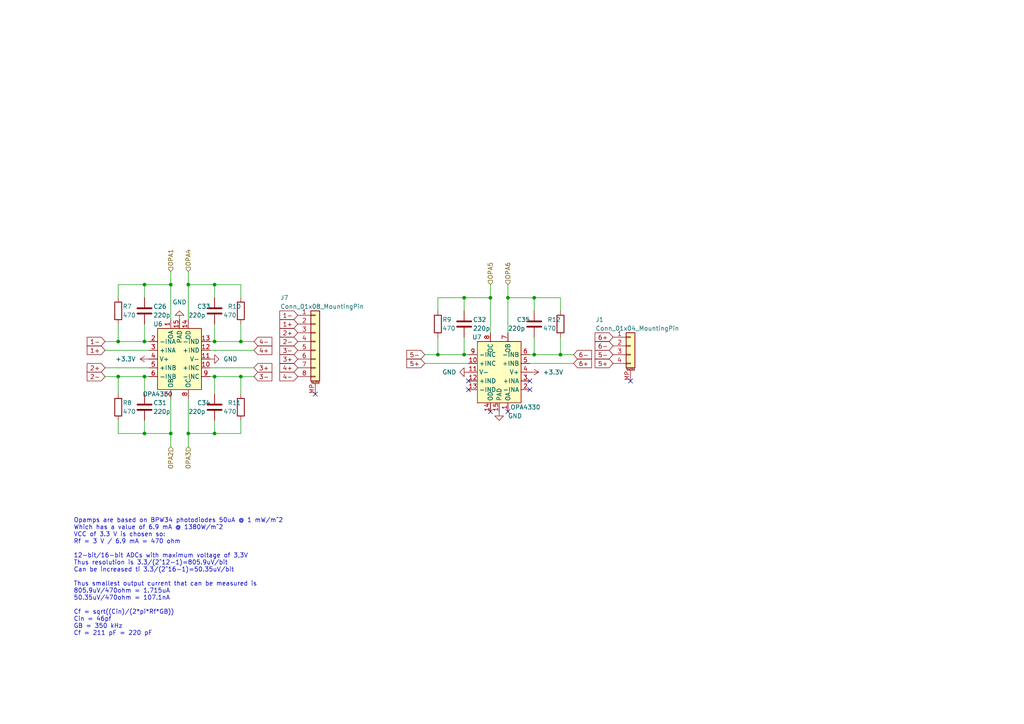
<source format=kicad_sch>
(kicad_sch (version 20231120) (generator "eeschema") (generator_version "8.0")
  (paper "A4")
  (title_block (title "Course Sun Sensor") (date "2024-04-18") (rev "V1") (comment 1 "22619291") (comment 2 "DP Theron"))
  (lib_symbols
    (symbol "Connector_Generic_MountingPin:Conn_01x04_MountingPin" (pin_names (offset 1.016) hide)
      (property "Reference" "J" (at 0 5.08 0))
      (property "Value" "Conn_01x04_MountingPin" (at 1.27 -7.62 0))
      (symbol "Conn_01x04_MountingPin_1_1"
        (rectangle (start -1.27 -4.953) (end 0 -5.207) (stroke (width 0.1524)))
        (rectangle (start -1.27 -2.413) (end 0 -2.667) (stroke (width 0.1524)))
        (rectangle (start -1.27 0.127) (end 0 -0.127) (stroke (width 0.1524)))
        (rectangle (start -1.27 2.667) (end 0 2.413) (stroke (width 0.1524)))
        (rectangle (start -1.27 3.81) (end 1.27 -6.35) (stroke (width 0.254)) (fill (type background)))
        (polyline (pts (xy -1.016 -7.112) (xy 1.016 -7.112)) (stroke (width 0.1524)))
        (text "Mounting" (at 0 -6.731 0) (effects (font (size 0.381 0.381))))
        (pin passive line (at -5.08 2.54 0) (length 3.81) (name "Pin_1") (number "1"))
        (pin passive line (at -5.08 0 0) (length 3.81) (name "Pin_2") (number "2"))
        (pin passive line (at -5.08 -2.54 0) (length 3.81) (name "Pin_3") (number "3"))
        (pin passive line (at -5.08 -5.08 0) (length 3.81) (name "Pin_4") (number "4"))
        (pin passive line (at 0 -10.16 90) (length 3.048) (name "MountPin") (number "MP"))
      )
    )
    (symbol "Connector_Generic_MountingPin:Conn_01x08_MountingPin" (pin_names (offset 1.016) hide)
      (property "Reference" "J" (at 0 10.16 0))
      (property "Value" "Conn_01x08_MountingPin" (at 1.27 -12.7 0))
      (symbol "Conn_01x08_MountingPin_1_1"
        (rectangle (start -1.27 -10.033) (end 0 -10.287) (stroke (width 0.1524)))
        (rectangle (start -1.27 -7.493) (end 0 -7.747) (stroke (width 0.1524)))
        (rectangle (start -1.27 -4.953) (end 0 -5.207) (stroke (width 0.1524)))
        (rectangle (start -1.27 -2.413) (end 0 -2.667) (stroke (width 0.1524)))
        (rectangle (start -1.27 0.127) (end 0 -0.127) (stroke (width 0.1524)))
        (rectangle (start -1.27 2.667) (end 0 2.413) (stroke (width 0.1524)))
        (rectangle (start -1.27 5.207) (end 0 4.953) (stroke (width 0.1524)))
        (rectangle (start -1.27 7.747) (end 0 7.493) (stroke (width 0.1524)))
        (rectangle (start -1.27 8.89) (end 1.27 -11.43) (stroke (width 0.254)) (fill (type background)))
        (polyline (pts (xy -1.016 -12.192) (xy 1.016 -12.192)) (stroke (width 0.1524)))
        (text "Mounting" (at 0 -11.811 0) (effects (font (size 0.381 0.381))))
        (pin passive line (at -5.08 7.62 0) (length 3.81) (name "Pin_1") (number "1"))
        (pin passive line (at -5.08 5.08 0) (length 3.81) (name "Pin_2") (number "2"))
        (pin passive line (at -5.08 2.54 0) (length 3.81) (name "Pin_3") (number "3"))
        (pin passive line (at -5.08 0 0) (length 3.81) (name "Pin_4") (number "4"))
        (pin passive line (at -5.08 -2.54 0) (length 3.81) (name "Pin_5") (number "5"))
        (pin passive line (at -5.08 -5.08 0) (length 3.81) (name "Pin_6") (number "6"))
        (pin passive line (at -5.08 -7.62 0) (length 3.81) (name "Pin_7") (number "7"))
        (pin passive line (at -5.08 -10.16 0) (length 3.81) (name "Pin_8") (number "8"))
        (pin passive line (at 0 -15.24 90) (length 3.048) (name "MountPin") (number "MP"))
      )
    )
    (symbol "Device:C" (pin_numbers hide) (pin_names (offset 0.254))
      (property "Reference" "C" (at 0.635 2.54 0))
      (property "Value" "C" (at 0.635 -2.54 0))
      (symbol "C_0_1"
        (polyline (pts (xy -2.032 -0.762) (xy 2.032 -0.762)) (stroke (width 0.508)))
        (polyline (pts (xy -2.032 0.762) (xy 2.032 0.762)) (stroke (width 0.508)))
      )
      (symbol "C_1_1"
        (pin passive line (at 0 3.81 270) (length 2.794) (name "~") (number "1"))
        (pin passive line (at 0 -3.81 90) (length 2.794) (name "~") (number "2"))
      )
    )
    (symbol "Device:R" (pin_numbers hide) (pin_names (offset 0))
      (property "Reference" "R" (at 2.032 0 90))
      (property "Value" "R" (at 0 0 90))
      (symbol "R_0_1"
        (rectangle (start -1.016 -2.54) (end 1.016 2.54) (stroke (width 0.254)))
      )
      (symbol "R_1_1"
        (pin passive line (at 0 3.81 270) (length 1.27) (name "~") (number "1"))
        (pin passive line (at 0 -3.81 90) (length 1.27) (name "~") (number "2"))
      )
    )
    (symbol "OPA4330_1"
      (property "Reference" "U" (at -6.35 10.16 0))
      (symbol "OPA4330_1_0_0"
        (text_box "" (at -6.35 8.89 0) (size 12.7 -17.78) (fill (type color) (color 255 255 194 1)) (effects (font (size 1.27 1.27)) (justify left top)))
      )
      (symbol "OPA4330_1_0_1"
        (rectangle (start -6.35 8.89) (end 6.35 -8.89))
      )
      (symbol "OPA4330_1_1_1"
        (pin output line (at -2.54 11.43 270) (length 2.54) (name "OA") (number "1"))
        (pin input line (at 8.89 -2.54 180) (length 2.54) (name "+INC") (number "10"))
        (pin power_out line (at 8.89 0 180) (length 2.54) (name "V-") (number "11"))
        (pin input line (at 8.89 2.54 180) (length 2.54) (name "+IND") (number "12"))
        (pin input line (at 8.89 5.08 180) (length 2.54) (name "-IND") (number "13"))
        (pin output line (at 2.54 11.43 270) (length 2.54) (name "OD") (number "14"))
        (pin passive line (at 0 11.43 270) (length 2.54) (name "PAD") (number "15"))
        (pin input line (at -8.89 5.08 0) (length 2.54) (name "-INA") (number "2"))
        (pin input line (at -8.89 2.54 0) (length 2.54) (name "+INA") (number "3"))
        (pin power_in line (at -8.89 0 0) (length 2.54) (name "V+") (number "4"))
        (pin input line (at -8.89 -2.54 0) (length 2.54) (name "+INB") (number "5"))
        (pin input line (at -8.89 -5.08 0) (length 2.54) (name "-INB") (number "6"))
        (pin output line (at -2.54 -11.43 90) (length 2.54) (name "OB") (number "7"))
        (pin output line (at 2.54 -11.43 90) (length 2.54) (name "OC") (number "8"))
        (pin input line (at 8.89 -5.08 180) (length 2.54) (name "-INC") (number "9"))
      )
    )
    (symbol "power:+3.3V" (power) (pin_names (offset 0))
      (property "Value" "+3.3V" (at 0 3.556 0))
      (symbol "+3.3V_0_1"
        (polyline (pts (xy -0.762 1.27) (xy 0 2.54)))
        (polyline (pts (xy 0 0) (xy 0 2.54)))
        (polyline (pts (xy 0 2.54) (xy 0.762 1.27)))
      )
      (symbol "+3.3V_1_1"
        (pin power_in line (at 0 0 90) (length 0) hide (name "+3.3V") (number "1"))
      )
    )
    (symbol "power:GND" (power) (pin_names (offset 0))
      (property "Value" "GND" (at 0 -3.81 0))
      (symbol "GND_0_1"
        (polyline (pts (xy 0 0) (xy 0 -1.27) (xy 1.27 -1.27) (xy 0 -2.54) (xy -1.27 -1.27) (xy 0 -1.27)))
      )
      (symbol "GND_1_1"
        (pin power_in line (at 0 0 270) (length 0) hide (name "GND") (number "1"))
      )
    )
  )
  (junction (at 41.91 82.55))
  (junction (at 134.62 102.87))
  (junction (at 162.56 102.87))
  (junction (at 142.24 86.36))
  (junction (at 49.53 125.73))
  (junction (at 62.23 99.06))
  (junction (at 62.23 125.73))
  (junction (at 69.85 109.22))
  (junction (at 127 102.87))
  (junction (at 34.29 99.06))
  (junction (at 62.23 109.22))
  (junction (at 154.94 102.87))
  (junction (at 54.61 82.55))
  (junction (at 34.29 109.22))
  (junction (at 69.85 99.06))
  (junction (at 41.91 109.22))
  (junction (at 41.91 125.73))
  (junction (at 147.32 86.36))
  (junction (at 49.53 82.55))
  (junction (at 134.62 86.36))
  (junction (at 154.94 86.36))
  (junction (at 62.23 82.55))
  (junction (at 54.61 125.73))
  (junction (at 41.91 99.06))
  (no_connect (at 135.89 113.03))
  (no_connect (at 147.32 119.38))
  (no_connect (at 153.67 113.03))
  (no_connect (at 91.44 114.3))
  (no_connect (at 142.24 119.38))
  (no_connect (at 153.67 110.49))
  (no_connect (at 182.88 110.49))
  (no_connect (at 135.89 110.49))
  (wire (pts (xy 162.56 97.79) (xy 162.56 102.87)))
  (wire (pts (xy 34.29 125.73) (xy 41.91 125.73)))
  (wire (pts (xy 54.61 115.57) (xy 54.61 125.73)))
  (wire (pts (xy 134.62 86.36) (xy 134.62 90.17)))
  (wire (pts (xy 62.23 121.92) (xy 62.23 125.73)))
  (wire (pts (xy 43.18 99.06) (xy 41.91 99.06)))
  (wire (pts (xy 54.61 78.74) (xy 54.61 82.55)))
  (wire (pts (xy 69.85 109.22) (xy 73.66 109.22)))
  (wire (pts (xy 54.61 125.73) (xy 62.23 125.73)))
  (wire (pts (xy 30.48 109.22) (xy 34.29 109.22)))
  (wire (pts (xy 62.23 109.22) (xy 62.23 114.3)))
  (wire (pts (xy 153.67 102.87) (xy 154.94 102.87)))
  (wire (pts (xy 60.96 99.06) (xy 62.23 99.06)))
  (wire (pts (xy 62.23 82.55) (xy 62.23 86.36)))
  (wire (pts (xy 62.23 82.55) (xy 69.85 82.55)))
  (wire (pts (xy 41.91 82.55) (xy 49.53 82.55)))
  (wire (pts (xy 123.19 102.87) (xy 127 102.87)))
  (wire (pts (xy 154.94 102.87) (xy 162.56 102.87)))
  (wire (pts (xy 62.23 109.22) (xy 69.85 109.22)))
  (wire (pts (xy 41.91 82.55) (xy 41.91 86.36)))
  (wire (pts (xy 69.85 109.22) (xy 69.85 114.3)))
  (wire (pts (xy 154.94 86.36) (xy 162.56 86.36)))
  (wire (pts (xy 49.53 125.73) (xy 49.53 129.54)))
  (wire (pts (xy 127 97.79) (xy 127 102.87)))
  (wire (pts (xy 69.85 99.06) (xy 73.66 99.06)))
  (wire (pts (xy 127 86.36) (xy 134.62 86.36)))
  (wire (pts (xy 41.91 121.92) (xy 41.91 125.73)))
  (wire (pts (xy 142.24 86.36) (xy 142.24 96.52)))
  (wire (pts (xy 142.24 82.55) (xy 142.24 86.36)))
  (wire (pts (xy 54.61 82.55) (xy 54.61 92.71)))
  (wire (pts (xy 43.18 109.22) (xy 41.91 109.22)))
  (wire (pts (xy 154.94 97.79) (xy 154.94 102.87)))
  (wire (pts (xy 60.96 101.6) (xy 73.66 101.6)))
  (wire (pts (xy 69.85 121.92) (xy 69.85 125.73)))
  (wire (pts (xy 69.85 86.36) (xy 69.85 82.55)))
  (wire (pts (xy 30.48 106.68) (xy 43.18 106.68)))
  (wire (pts (xy 134.62 97.79) (xy 134.62 102.87)))
  (wire (pts (xy 127 102.87) (xy 134.62 102.87)))
  (wire (pts (xy 162.56 102.87) (xy 166.37 102.87)))
  (wire (pts (xy 153.67 105.41) (xy 166.37 105.41)))
  (wire (pts (xy 123.19 105.41) (xy 135.89 105.41)))
  (wire (pts (xy 34.29 109.22) (xy 41.91 109.22)))
  (wire (pts (xy 34.29 93.98) (xy 34.29 99.06)))
  (wire (pts (xy 134.62 102.87) (xy 135.89 102.87)))
  (wire (pts (xy 34.29 109.22) (xy 34.29 114.3)))
  (wire (pts (xy 147.32 86.36) (xy 147.32 96.52)))
  (wire (pts (xy 41.91 125.73) (xy 49.53 125.73)))
  (wire (pts (xy 134.62 86.36) (xy 142.24 86.36)))
  (wire (pts (xy 49.53 115.57) (xy 49.53 125.73)))
  (wire (pts (xy 147.32 82.55) (xy 147.32 86.36)))
  (wire (pts (xy 62.23 99.06) (xy 69.85 99.06)))
  (wire (pts (xy 127 90.17) (xy 127 86.36)))
  (wire (pts (xy 54.61 125.73) (xy 54.61 129.54)))
  (wire (pts (xy 34.29 99.06) (xy 41.91 99.06)))
  (wire (pts (xy 162.56 86.36) (xy 162.56 90.17)))
  (wire (pts (xy 154.94 86.36) (xy 154.94 90.17)))
  (wire (pts (xy 41.91 109.22) (xy 41.91 114.3)))
  (wire (pts (xy 41.91 93.98) (xy 41.91 99.06)))
  (wire (pts (xy 30.48 101.6) (xy 43.18 101.6)))
  (wire (pts (xy 62.23 125.73) (xy 69.85 125.73)))
  (wire (pts (xy 147.32 86.36) (xy 154.94 86.36)))
  (wire (pts (xy 34.29 82.55) (xy 41.91 82.55)))
  (wire (pts (xy 60.96 109.22) (xy 62.23 109.22)))
  (wire (pts (xy 49.53 78.74) (xy 49.53 82.55)))
  (wire (pts (xy 69.85 93.98) (xy 69.85 99.06)))
  (wire (pts (xy 60.96 106.68) (xy 73.66 106.68)))
  (wire (pts (xy 30.48 99.06) (xy 34.29 99.06)))
  (wire (pts (xy 34.29 121.92) (xy 34.29 125.73)))
  (wire (pts (xy 49.53 82.55) (xy 49.53 92.71)))
  (wire (pts (xy 62.23 93.98) (xy 62.23 99.06)))
  (wire (pts (xy 62.23 82.55) (xy 54.61 82.55)))
  (wire (pts (xy 34.29 86.36) (xy 34.29 82.55)))
  (text "Opamps are based on BPW34 photodiodes 50uA @ 1 mW/m^2\nWhich has a value of 6.9 mA @ 1380W/m^2\nVCC of 3.3 V is chosen so:\nRf = 3 V / 6.9 mA = 470 ohm\n\n12-bit/16-bit ADCs with maximum voltage of 3,3V\nThus resolution is 3.3/(2^12-1)=805.9uV/bit\nCan be increased ti 3.3/(2^16-1)=50.35uV/bit\n\nThus smallest output current that can be measured is\n805.9uV/470ohm = 1.715uA\n50.35uV/470ohm = 107.1nA\n\nCf = sqrt((Cin)/(2*pi*Rf*GB))\nCin = 46pf\nGB = 350 kHz\nCf = 211 pF = 220 pF\n\n" (at 21.336 168.402 0) (effects (font (size 1.27 1.27)) (justify left)))
  (global_label "1-" (shape input) (at 86.36 91.44 180) (property "Intersheetrefs" "${INTERSHEET_REFS}" (effects (hide yes))))
  (global_label "4+" (shape input) (at 86.36 106.68 180) (property "Intersheetrefs" "${INTERSHEET_REFS}" (effects (hide yes))))
  (global_label "5+" (shape input) (at 177.8 105.41 180) (property "Intersheetrefs" "${INTERSHEET_REFS}" (effects (hide yes))))
  (global_label "2-" (shape input) (at 86.36 99.06 180) (property "Intersheetrefs" "${INTERSHEET_REFS}" (effects (hide yes))))
  (global_label "3-" (shape input) (at 73.66 109.22 0) (property "Intersheetrefs" "${INTERSHEET_REFS}" (effects (hide yes))))
  (global_label "5-" (shape input) (at 177.8 102.87 180) (property "Intersheetrefs" "${INTERSHEET_REFS}" (effects (hide yes))))
  (global_label "2+" (shape input) (at 86.36 96.52 180) (property "Intersheetrefs" "${INTERSHEET_REFS}" (effects (hide yes))))
  (global_label "5+" (shape input) (at 123.19 105.41 180) (property "Intersheetrefs" "${INTERSHEET_REFS}" (effects (hide yes))))
  (global_label "3-" (shape input) (at 86.36 101.6 180) (property "Intersheetrefs" "${INTERSHEET_REFS}" (effects (hide yes))))
  (global_label "3+" (shape input) (at 73.66 106.68 0) (property "Intersheetrefs" "${INTERSHEET_REFS}" (effects (hide yes))))
  (global_label "2+" (shape input) (at 30.48 106.68 180) (property "Intersheetrefs" "${INTERSHEET_REFS}" (effects (hide yes))))
  (global_label "4+" (shape input) (at 73.66 101.6 0) (property "Intersheetrefs" "${INTERSHEET_REFS}" (effects (hide yes))))
  (global_label "4-" (shape input) (at 73.66 99.06 0) (property "Intersheetrefs" "${INTERSHEET_REFS}" (effects (hide yes))))
  (global_label "6-" (shape input) (at 166.37 102.87 0) (property "Intersheetrefs" "${INTERSHEET_REFS}" (effects (hide yes))))
  (global_label "1+" (shape input) (at 30.48 101.6 180) (property "Intersheetrefs" "${INTERSHEET_REFS}" (effects (hide yes))))
  (global_label "6-" (shape input) (at 177.8 100.33 180) (property "Intersheetrefs" "${INTERSHEET_REFS}" (effects (hide yes))))
  (global_label "5-" (shape input) (at 123.19 102.87 180) (property "Intersheetrefs" "${INTERSHEET_REFS}" (effects (hide yes))))
  (global_label "6+" (shape input) (at 166.37 105.41 0) (property "Intersheetrefs" "${INTERSHEET_REFS}" (effects (hide yes))))
  (global_label "3+" (shape input) (at 86.36 104.14 180) (property "Intersheetrefs" "${INTERSHEET_REFS}" (effects (hide yes))))
  (global_label "1-" (shape input) (at 30.48 99.06 180) (property "Intersheetrefs" "${INTERSHEET_REFS}" (effects (hide yes))))
  (global_label "2-" (shape input) (at 30.48 109.22 180) (property "Intersheetrefs" "${INTERSHEET_REFS}" (effects (hide yes))))
  (global_label "6+" (shape input) (at 177.8 97.79 180) (property "Intersheetrefs" "${INTERSHEET_REFS}" (effects (hide yes))))
  (global_label "4-" (shape input) (at 86.36 109.22 180) (property "Intersheetrefs" "${INTERSHEET_REFS}" (effects (hide yes))))
  (global_label "1+" (shape input) (at 86.36 93.98 180) (property "Intersheetrefs" "${INTERSHEET_REFS}" (effects (hide yes))))
  (hierarchical_label "OPA5" (shape input) (at 142.24 82.55 90))
  (hierarchical_label "OPA6" (shape input) (at 147.32 82.55 90))
  (hierarchical_label "OPA1" (shape input) (at 49.53 78.74 90))
  (hierarchical_label "OPA3" (shape input) (at 54.61 129.54 270))
  (hierarchical_label "OPA2" (shape input) (at 49.53 129.54 270))
  (hierarchical_label "OPA4" (shape input) (at 54.61 78.74 90))
  (symbol (lib_name "OPA4330_1") (lib_id "Skripsie:OPA4330") (at 144.78 107.95 180) (unit 1)
    (property "Reference" "U7" (at 139.7 97.79 0) (effects (justify left)))
    (property "Value" "OPA4330" (at 152.4 118.11 0))
    (property "Footprint" "Skripsie:Texas_S-PVQFN-N14" (effects (hide yes)))
    (property "JLCPCB #" "C2059987" (effects (hide yes)))
  )
  (symbol (lib_id "Device:R") (at 69.85 90.17 0) (unit 1)
    (property "Reference" "R10" (at 66.04 88.9 0) (effects (justify left)))
    (property "Value" "470" (at 64.77 91.44 0) (effects (justify left)))
    (property "Footprint" "Resistor_SMD:R_0402_1005Metric" (effects (hide yes)))
    (property "JLCPCB #" "C491160" (effects (hide yes)))
  )
  (symbol (lib_id "Device:C") (at 62.23 90.17 0) (unit 1)
    (property "Reference" "C33" (at 57.15 88.9 0) (effects (justify left)))
    (property "Value" "220p" (at 54.61 91.44 0) (effects (justify left)))
    (property "Footprint" "Capacitor_SMD:C_0402_1005Metric" (effects (hide yes)))
    (property "JLCPCB #" "C3865471" (effects (hide yes)))
  )
  (symbol (lib_id "Device:R") (at 69.85 118.11 0) (unit 1)
    (property "Reference" "R11" (at 66.04 116.84 0) (effects (justify left)))
    (property "Value" "470" (at 64.77 119.38 0) (effects (justify left)))
    (property "Footprint" "Resistor_SMD:R_0402_1005Metric" (effects (hide yes)))
    (property "JLCPCB #" "C491160" (effects (hide yes)))
  )
  (symbol (lib_id "power:GND") (at 60.96 104.14 90) (unit 1)
    (property "Reference" "#PWR048" (effects (hide yes)))
    (property "Value" "GND" (at 64.77 104.14 90) (effects (justify right)))
  )
  (symbol (lib_id "power:GND") (at 144.78 119.38 0) (unit 1)
    (property "Reference" "#PWR047" (effects (hide yes)))
    (property "Value" "GND" (at 147.32 120.65 0) (effects (justify left)))
  )
  (symbol (lib_id "Device:C") (at 154.94 93.98 0) (unit 1)
    (property "Reference" "C35" (at 149.86 92.71 0) (effects (justify left)))
    (property "Value" "220p" (at 147.32 95.25 0) (effects (justify left)))
    (property "Footprint" "Capacitor_SMD:C_0402_1005Metric" (effects (hide yes)))
    (property "JLCPCB #" "C3865471" (effects (hide yes)))
  )
  (symbol (lib_id "power:GND") (at 135.89 107.95 270) (unit 1)
    (property "Reference" "#PWR020" (effects (hide yes)))
    (property "Value" "GND" (at 128.27 107.95 90) (effects (justify left)))
  )
  (symbol (lib_id "power:GND") (at 52.07 92.71 180) (unit 1)
    (property "Reference" "#PWR021" (effects (hide yes)))
    (property "Value" "GND" (at 52.07 87.63 0))
  )
  (symbol (lib_id "power:+3.3V") (at 43.18 104.14 90) (unit 1)
    (property "Reference" "#PWR014" (effects (hide yes)))
    (property "Value" "+3.3V" (at 39.37 104.14 90) (effects (justify left)))
  )
  (symbol (lib_id "Device:C") (at 62.23 118.11 0) (unit 1)
    (property "Reference" "C34" (at 57.15 116.84 0) (effects (justify left)))
    (property "Value" "220p" (at 54.61 119.38 0) (effects (justify left)))
    (property "Footprint" "Capacitor_SMD:C_0402_1005Metric" (effects (hide yes)))
    (property "JLCPCB #" "C3865471" (effects (hide yes)))
  )
  (symbol (lib_id "Device:R") (at 34.29 90.17 0) (unit 1)
    (property "Reference" "R7" (at 35.56 88.9 0) (effects (justify left)))
    (property "Value" "470" (at 35.56 91.44 0) (effects (justify left)))
    (property "Footprint" "Resistor_SMD:R_0402_1005Metric" (effects (hide yes)))
    (property "JLCPCB #" "C491160" (effects (hide yes)))
  )
  (symbol (lib_name "OPA4330_1") (lib_id "Skripsie:OPA4330") (at 52.07 104.14 0) (unit 1)
    (property "Reference" "U6" (at 44.45 93.98 0) (effects (justify left)))
    (property "Value" "OPA4330" (at 45.72 114.3 0))
    (property "Footprint" "Skripsie:Texas_S-PVQFN-N14" (effects (hide yes)))
    (property "JLCPCB #" "C2059987" (effects (hide yes)))
  )
  (symbol (lib_id "Connector_Generic_MountingPin:Conn_01x08_MountingPin") (at 91.44 99.06 0) (unit 1)
    (property "Reference" "J7" (at 81.28 86.36 0) (effects (justify left)))
    (property "Value" "Conn_01x08_MountingPin" (at 81.28 88.9 0) (effects (justify left)))
    (property "Footprint" "Skripsie:JST_GH_SM08B-GHS-TB_1x08-1MP_P1.25mm_Horizontal" (effects (hide yes)))
  )
  (symbol (lib_id "Device:C") (at 134.62 93.98 0) (unit 1)
    (property "Reference" "C32" (at 137.16 92.71 0) (effects (justify left)))
    (property "Value" "220p" (at 137.16 95.25 0) (effects (justify left)))
    (property "Footprint" "Capacitor_SMD:C_0402_1005Metric" (effects (hide yes)))
    (property "JLCPCB #" "C3865471" (effects (hide yes)))
  )
  (symbol (lib_id "Device:C") (at 41.91 118.11 0) (unit 1)
    (property "Reference" "C31" (at 44.45 116.84 0) (effects (justify left)))
    (property "Value" "220p" (at 44.45 119.38 0) (effects (justify left)))
    (property "Footprint" "Capacitor_SMD:C_0402_1005Metric" (effects (hide yes)))
    (property "JLCPCB #" "C3865471" (effects (hide yes)))
  )
  (symbol (lib_id "Device:C") (at 41.91 90.17 0) (unit 1)
    (property "Reference" "C26" (at 44.45 88.9 0) (effects (justify left)))
    (property "Value" "220p" (at 44.45 91.44 0) (effects (justify left)))
    (property "Footprint" "Capacitor_SMD:C_0402_1005Metric" (effects (hide yes)))
    (property "JLCPCB #" "C3865471" (effects (hide yes)))
  )
  (symbol (lib_id "Device:R") (at 162.56 93.98 0) (unit 1)
    (property "Reference" "R12" (at 158.75 92.71 0) (effects (justify left)))
    (property "Value" "470" (at 157.48 95.25 0) (effects (justify left)))
    (property "Footprint" "Resistor_SMD:R_0402_1005Metric" (effects (hide yes)))
    (property "JLCPCB #" "C491160" (effects (hide yes)))
  )
  (symbol (lib_id "Connector_Generic_MountingPin:Conn_01x04_MountingPin") (at 182.88 100.33 0) (unit 1)
    (property "Reference" "J1" (at 172.72 92.71 0) (effects (justify left)))
    (property "Value" "Conn_01x04_MountingPin" (at 172.72 95.25 0) (effects (justify left)))
    (property "Footprint" "Skripsie:JST_GH_SM04B-GHS-TB_1x04-1MP_P1.25mm_Horizontal" (effects (hide yes)))
  )
  (symbol (lib_id "Device:R") (at 127 93.98 0) (unit 1)
    (property "Reference" "R9" (at 128.27 92.71 0) (effects (justify left)))
    (property "Value" "470" (at 128.27 95.25 0) (effects (justify left)))
    (property "Footprint" "Resistor_SMD:R_0402_1005Metric" (effects (hide yes)))
    (property "JLCPCB #" "C491160" (effects (hide yes)))
  )
  (symbol (lib_id "Device:R") (at 34.29 118.11 0) (unit 1)
    (property "Reference" "R8" (at 35.56 116.84 0) (effects (justify left)))
    (property "Value" "470" (at 35.56 119.38 0) (effects (justify left)))
    (property "Footprint" "Resistor_SMD:R_0402_1005Metric" (effects (hide yes)))
    (property "JLCPCB #" "C491160" (effects (hide yes)))
  )
  (symbol (lib_id "power:+3.3V") (at 153.67 107.95 270) (unit 1)
    (property "Reference" "#PWR049" (effects (hide yes)))
    (property "Value" "+3.3V" (at 157.48 107.95 90) (effects (justify left)))
  )
)
</source>
